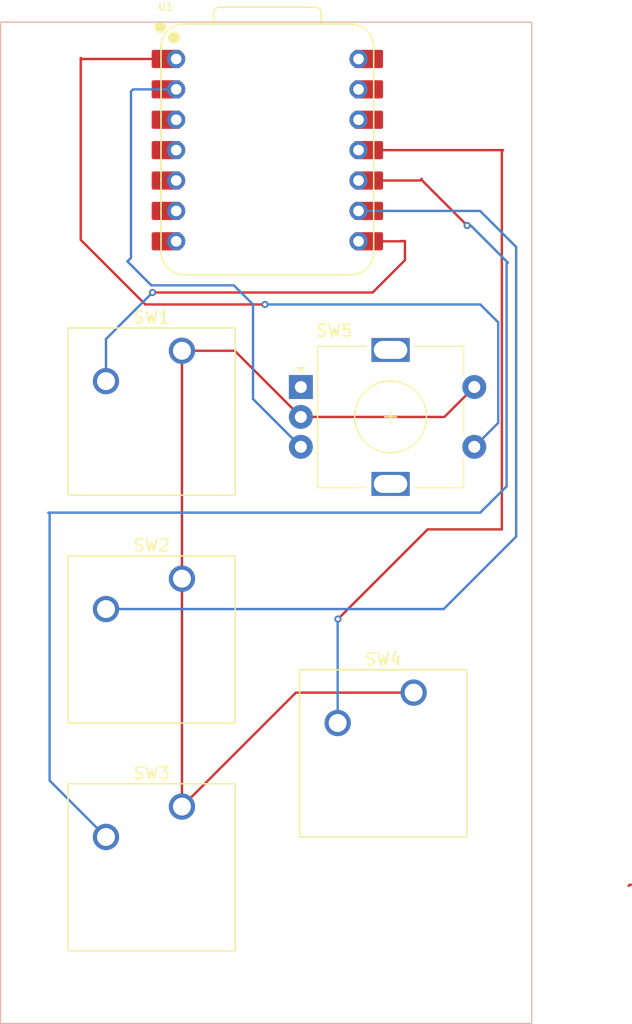
<source format=kicad_pcb>
(kicad_pcb (version 20241229) (generator "pcbnew") (generator_version "9.0")
  (layers (0 "F.Cu" signal) (2 "B.Cu" signal) (13 "F.Paste" user) (15 "B.Paste" user) (5 "F.SilkS" user "F.Silkscreen") (7 "B.SilkS" user "B.Silkscreen") (1 "F.Mask" user) (3 "B.Mask" user) (25 "Edge.Cuts" user))
  (net 0 "")
  (net 1 "GND")
  (net 2 "Net-(U1-GPIO26{slash}ADC0{slash}A0)")
  (net 3 "+5V")
  (net 4 "Net-(U1-GPIO27{slash}ADC1{slash}A1)")
  (net 5 "Net-(U1-GPIO28{slash}ADC2{slash}A2)")
  (net 6 "Net-(U1-GPIO1{slash}RX)")
  (net 7 "Net-(U1-GPIO2{slash}SCK)")
  (net 8 "Net-(U1-GPIO4{slash}MISO)")
  (net 9 "Net-(U1-GPIO3{slash}MOSI)")
  (footprint "Button_Switch_Keyboard:SW_Cherry_MX_1.00u_PCB" (layer "F.Cu") (at 169.2275 118.745)
    (property "Reference" "SW4" (at -2.54 -2.794 0) (layer "F.SilkS"))
    (property "Value" "SW_Push")
    (fp_line (start -9.525 -1.905) (end 4.445 -1.905) (stroke (width 0.12)) (layer "F.SilkS"))
    (fp_line (start -9.525 12.065) (end -9.525 -1.905) (stroke (width 0.12)) (layer "F.SilkS"))
    (fp_line (start 4.445 -1.905) (end 4.445 12.065) (stroke (width 0.12)) (layer "F.SilkS"))
    (fp_line (start 4.445 12.065) (end -9.525 12.065) (stroke (width 0.12)) (layer "F.SilkS"))
    (pad "" np_thru_hole circle (at -7.62 5.08) (size 1.7 1.7) (drill 1.7) (layers "*.Cu" "*.Mask"))
    (pad "" np_thru_hole circle (at -2.54 5.08) (size 4 4) (drill 4) (layers "*.Cu" "*.Mask"))
    (pad "" np_thru_hole circle (at 2.54 5.08) (size 1.7 1.7) (drill 1.7) (layers "*.Cu" "*.Mask"))
    (pad "1" thru_hole circle (at 0 0) (size 2.2 2.2) (drill 1.5) (layers "*.Cu" "*.Mask") (net 1 "GND"))
    (pad "2" thru_hole circle (at -6.35 2.54) (size 2.2 2.2) (drill 1.5) (layers "*.Cu" "*.Mask") (net 9 "Net-(U1-GPIO3{slash}MOSI)"))
  )
  (footprint "OPL Library:XIAO-RP2040-DIP" (layer "F.Cu") (at 157 73.4)
    (property "Reference" "U1" (at -8.5 -12 0) (layer "F.SilkS") (effects (font (size 0.635 0.635) (thickness 0.1016))))
    (property "Value" "XIAO-RP2040-DIP")
    (fp_line (start -8.89 8.509) (end -8.89 -8.636) (stroke (width 0.127)) (layer "F.SilkS"))
    (fp_line (start -6.985 10.414) (end 6.985 10.414) (stroke (width 0.127)) (layer "F.SilkS"))
    (fp_line (start -4.495 -10.541) (end -4.491272 -11.451272) (stroke (width 0.127)) (layer "F.SilkS"))
    (fp_line (start -3.991272 -11.951) (end 4.004 -11.951) (stroke (width 0.127)) (layer "F.SilkS"))
    (fp_line (start 4.504 -11.451) (end 4.504 -10.541) (stroke (width 0.127)) (layer "F.SilkS"))
    (fp_line (start 6.985 -10.541) (end -6.985 -10.541) (stroke (width 0.1)) (layer "F.SilkS"))
    (fp_line (start 6.985 -10.541) (end -6.985 -10.541) (stroke (width 0.127)) (layer "F.SilkS"))
    (fp_line (start 8.89 8.509) (end 8.89 -8.636) (stroke (width 0.127)) (layer "F.SilkS"))
    (fp_arc (start -8.89 -8.636) (mid -8.332038 -9.983038) (end -6.985 -10.541) (stroke (width 0.127)) (layer "F.SilkS"))
    (fp_arc (start -6.985 10.414) (mid -8.332038 9.856038) (end -8.89 8.509) (stroke (width 0.127)) (layer "F.SilkS"))
    (fp_arc (start -4.491272 -11.451272) (mid -4.344728 -11.80464) (end -3.991272 -11.951) (stroke (width 0.127)) (layer "F.SilkS"))
    (fp_arc (start 4.004 -11.951) (mid 4.357553 -11.804553) (end 4.504 -11.451) (stroke (width 0.127)) (layer "F.SilkS"))
    (fp_arc (start 6.985 -10.541) (mid 8.332038 -9.983038) (end 8.89 -8.636) (stroke (width 0.127)) (layer "F.SilkS"))
    (fp_arc (start 8.89 8.509) (mid 8.332038 9.856038) (end 6.985 10.414) (stroke (width 0.127)) (layer "F.SilkS"))
    (fp_circle (center -8.95 -10.3) (end -8.95 -10.554) (stroke (width 0.5)) (fill yes) (layer "F.SilkS"))
    (fp_circle (center -7.807 -9.42) (end -7.807 -9.674) (stroke (width 0.5)) (fill yes) (layer "F.SilkS"))
    (pad "1" smd roundrect (at -8.455 -7.62 180) (size 2.432 1.524) (layers "F.Cu" "F.Mask") (roundrect_rratio 0.1) (net 2 "Net-(U1-GPIO26{slash}ADC0{slash}A0)"))
    (pad "1" thru_hole circle (at -7.62 -7.62 180) (size 1.524 1.524) (drill 0.889) (layers "*.Cu" "*.Mask") (net 2 "Net-(U1-GPIO26{slash}ADC0{slash}A0)"))
    (pad "2" smd roundrect (at -8.455 -5.08 180) (size 2.432 1.524) (layers "F.Cu" "F.Mask") (roundrect_rratio 0.1) (net 4 "Net-(U1-GPIO27{slash}ADC1{slash}A1)"))
    (pad "2" thru_hole circle (at -7.62 -5.08 180) (size 1.524 1.524) (drill 0.889) (layers "*.Cu" "*.Mask") (net 4 "Net-(U1-GPIO27{slash}ADC1{slash}A1)"))
    (pad "3" smd roundrect (at -8.455 -2.54 180) (size 2.432 1.524) (layers "F.Cu" "F.Mask") (roundrect_rratio 0.1) (net 5 "Net-(U1-GPIO28{slash}ADC2{slash}A2)"))
    (pad "3" thru_hole circle (at -7.62 -2.54 180) (size 1.524 1.524) (drill 0.889) (layers "*.Cu" "*.Mask") (net 5 "Net-(U1-GPIO28{slash}ADC2{slash}A2)"))
    (pad "4" smd roundrect (at -8.455 0 180) (size 2.432 1.524) (layers "F.Cu" "F.Mask") (roundrect_rratio 0.1))
    (pad "4" thru_hole circle (at -7.62 0 180) (size 1.524 1.524) (drill 0.889) (layers "*.Cu" "*.Mask"))
    (pad "5" smd roundrect (at -8.455 2.54 180) (size 2.432 1.524) (layers "F.Cu" "F.Mask") (roundrect_rratio 0.1))
    (pad "5" thru_hole circle (at -7.62 2.54 180) (size 1.524 1.524) (drill 0.889) (layers "*.Cu" "*.Mask"))
    (pad "6" smd roundrect (at -8.455 5.08 180) (size 2.432 1.524) (layers "F.Cu" "F.Mask") (roundrect_rratio 0.1))
    (pad "6" thru_hole circle (at -7.62 5.08 180) (size 1.524 1.524) (drill 0.889) (layers "*.Cu" "*.Mask"))
    (pad "7" smd roundrect (at -8.455 7.62 180) (size 2.432 1.524) (layers "F.Cu" "F.Mask") (roundrect_rratio 0.1))
    (pad "7" thru_hole circle (at -7.62 7.62 180) (size 1.524 1.524) (drill 0.889) (layers "*.Cu" "*.Mask"))
    (pad "8" thru_hole circle (at 7.62 7.62) (size 1.524 1.524) (drill 0.889) (layers "*.Cu" "*.Mask") (net 6 "Net-(U1-GPIO1{slash}RX)"))
    (pad "8" smd roundrect (at 8.455 7.62) (size 2.432 1.524) (layers "F.Cu" "F.Mask") (roundrect_rratio 0.1) (net 6 "Net-(U1-GPIO1{slash}RX)"))
    (pad "9" thru_hole circle (at 7.62 5.08) (size 1.524 1.524) (drill 0.889) (layers "*.Cu" "*.Mask") (net 7 "Net-(U1-GPIO2{slash}SCK)"))
    (pad "9" smd roundrect (at 8.455 5.08) (size 2.432 1.524) (layers "F.Cu" "F.Mask") (roundrect_rratio 0.1) (net 7 "Net-(U1-GPIO2{slash}SCK)"))
    (pad "10" thru_hole circle (at 7.62 2.54) (size 1.524 1.524) (drill 0.889) (layers "*.Cu" "*.Mask") (net 8 "Net-(U1-GPIO4{slash}MISO)"))
    (pad "10" smd roundrect (at 8.455 2.54) (size 2.432 1.524) (layers "F.Cu" "F.Mask") (roundrect_rratio 0.1) (net 8 "Net-(U1-GPIO4{slash}MISO)"))
    (pad "11" thru_hole circle (at 7.62 0) (size 1.524 1.524) (drill 0.889) (layers "*.Cu" "*.Mask") (net 9 "Net-(U1-GPIO3{slash}MOSI)"))
    (pad "11" smd roundrect (at 8.455 0) (size 2.432 1.524) (layers "F.Cu" "F.Mask") (roundrect_rratio 0.1) (net 9 "Net-(U1-GPIO3{slash}MOSI)"))
    (pad "12" thru_hole circle (at 7.62 -2.54) (size 1.524 1.524) (drill 0.889) (layers "*.Cu" "*.Mask"))
    (pad "12" smd roundrect (at 8.455 -2.54) (size 2.432 1.524) (layers "F.Cu" "F.Mask") (roundrect_rratio 0.1))
    (pad "13" thru_hole circle (at 7.62 -5.08) (size 1.524 1.524) (drill 0.889) (layers "*.Cu" "*.Mask") (net 1 "GND"))
    (pad "13" smd roundrect (at 8.455 -5.08) (size 2.432 1.524) (layers "F.Cu" "F.Mask") (roundrect_rratio 0.1) (net 1 "GND"))
    (pad "14" thru_hole circle (at 7.62 -7.62) (size 1.524 1.524) (drill 0.889) (layers "*.Cu" "*.Mask") (net 3 "+5V"))
    (pad "14" smd roundrect (at 8.455 -7.62) (size 2.432 1.524) (layers "F.Cu" "F.Mask") (roundrect_rratio 0.1) (net 3 "+5V"))
  )
  (footprint "Button_Switch_Keyboard:SW_Cherry_MX_1.00u_PCB" (layer "F.Cu") (at 149.86 128.27)
    (property "Reference" "SW3" (at -2.54 -2.794 0) (layer "F.SilkS"))
    (property "Value" "SW_Push")
    (fp_line (start -9.525 -1.905) (end 4.445 -1.905) (stroke (width 0.12)) (layer "F.SilkS"))
    (fp_line (start -9.525 12.065) (end -9.525 -1.905) (stroke (width 0.12)) (layer "F.SilkS"))
    (fp_line (start 4.445 -1.905) (end 4.445 12.065) (stroke (width 0.12)) (layer "F.SilkS"))
    (fp_line (start 4.445 12.065) (end -9.525 12.065) (stroke (width 0.12)) (layer "F.SilkS"))
    (pad "" np_thru_hole circle (at -7.62 5.08) (size 1.7 1.7) (drill 1.7) (layers "*.Cu" "*.Mask"))
    (pad "" np_thru_hole circle (at -2.54 5.08) (size 4 4) (drill 4) (layers "*.Cu" "*.Mask"))
    (pad "" np_thru_hole circle (at 2.54 5.08) (size 1.7 1.7) (drill 1.7) (layers "*.Cu" "*.Mask"))
    (pad "1" thru_hole circle (at 0 0) (size 2.2 2.2) (drill 1.5) (layers "*.Cu" "*.Mask") (net 1 "GND"))
    (pad "2" thru_hole circle (at -6.35 2.54) (size 2.2 2.2) (drill 1.5) (layers "*.Cu" "*.Mask") (net 8 "Net-(U1-GPIO4{slash}MISO)"))
  )
  (footprint "Rotary_Encoder:RotaryEncoder_Alps_EC11E-Switch_Vertical_H20mm" (layer "F.Cu") (at 159.8 93.2)
    (property "Reference" "SW5" (at 2.8 -4.7 0) (layer "F.SilkS"))
    (property "Value" "RotaryEncoder_Switch")
    (fp_line (start -0.3 -1.6) (end 0.3 -1.6) (stroke (width 0.12)) (layer "F.SilkS"))
    (fp_line (start 0 -1.3) (end -0.3 -1.6) (stroke (width 0.12)) (layer "F.SilkS"))
    (fp_line (start 0.3 -1.6) (end 0 -1.3) (stroke (width 0.12)) (layer "F.SilkS"))
    (fp_line (start 1.4 -3.4) (end 1.4 8.4) (stroke (width 0.12)) (layer "F.SilkS"))
    (fp_line (start 5.5 -3.4) (end 1.4 -3.4) (stroke (width 0.12)) (layer "F.SilkS"))
    (fp_line (start 5.5 8.4) (end 1.4 8.4) (stroke (width 0.12)) (layer "F.SilkS"))
    (fp_line (start 7 2.5) (end 8 2.5) (stroke (width 0.12)) (layer "F.SilkS"))
    (fp_line (start 7.5 2) (end 7.5 3) (stroke (width 0.12)) (layer "F.SilkS"))
    (fp_line (start 9.5 -3.4) (end 13.6 -3.4) (stroke (width 0.12)) (layer "F.SilkS"))
    (fp_line (start 13.6 -3.4) (end 13.6 -1) (stroke (width 0.12)) (layer "F.SilkS"))
    (fp_line (start 13.6 1.2) (end 13.6 3.8) (stroke (width 0.12)) (layer "F.SilkS"))
    (fp_line (start 13.6 6) (end 13.6 8.4) (stroke (width 0.12)) (layer "F.SilkS"))
    (fp_line (start 13.6 8.4) (end 9.5 8.4) (stroke (width 0.12)) (layer "F.SilkS"))
    (fp_circle (center 7.5 2.5) (end 10.5 2.5) (stroke (width 0.12)) (fill no) (layer "F.SilkS"))
    (pad "A" thru_hole rect (at 0 0) (size 2 2) (drill 1) (layers "*.Cu" "*.Mask") (net 5 "Net-(U1-GPIO28{slash}ADC2{slash}A2)"))
    (pad "B" thru_hole circle (at 0 5) (size 2 2) (drill 1) (layers "*.Cu" "*.Mask") (net 4 "Net-(U1-GPIO27{slash}ADC1{slash}A1)"))
    (pad "C" thru_hole circle (at 0 2.5) (size 2 2) (drill 1) (layers "*.Cu" "*.Mask") (net 1 "GND"))
    (pad "MP" thru_hole rect (at 7.5 -3.1) (size 3.2 2) (drill oval 2.8 1.5) (layers "*.Cu" "*.Mask"))
    (pad "MP" thru_hole rect (at 7.5 8.1) (size 3.2 2) (drill oval 2.8 1.5) (layers "*.Cu" "*.Mask"))
    (pad "S1" thru_hole circle (at 14.5 5) (size 2 2) (drill 1) (layers "*.Cu" "*.Mask") (net 2 "Net-(U1-GPIO26{slash}ADC0{slash}A0)"))
    (pad "S2" thru_hole circle (at 14.5 0) (size 2 2) (drill 1) (layers "*.Cu" "*.Mask") (net 1 "GND"))
  )
  (footprint "Button_Switch_Keyboard:SW_Cherry_MX_1.00u_PCB" (layer "F.Cu") (at 149.86 90.17)
    (property "Reference" "SW1" (at -2.54 -2.794 0) (layer "F.SilkS"))
    (property "Value" "SW_Push")
    (fp_line (start -9.525 -1.905) (end 4.445 -1.905) (stroke (width 0.12)) (layer "F.SilkS"))
    (fp_line (start -9.525 12.065) (end -9.525 -1.905) (stroke (width 0.12)) (layer "F.SilkS"))
    (fp_line (start 4.445 -1.905) (end 4.445 12.065) (stroke (width 0.12)) (layer "F.SilkS"))
    (fp_line (start 4.445 12.065) (end -9.525 12.065) (stroke (width 0.12)) (layer "F.SilkS"))
    (pad "" np_thru_hole circle (at -7.62 5.08) (size 1.7 1.7) (drill 1.7) (layers "*.Cu" "*.Mask"))
    (pad "" np_thru_hole circle (at -2.54 5.08) (size 4 4) (drill 4) (layers "*.Cu" "*.Mask"))
    (pad "" np_thru_hole circle (at 2.54 5.08) (size 1.7 1.7) (drill 1.7) (layers "*.Cu" "*.Mask"))
    (pad "1" thru_hole circle (at 0 0) (size 2.2 2.2) (drill 1.5) (layers "*.Cu" "*.Mask") (net 1 "GND"))
    (pad "2" thru_hole circle (at -6.35 2.54) (size 2.2 2.2) (drill 1.5) (layers "*.Cu" "*.Mask") (net 6 "Net-(U1-GPIO1{slash}RX)"))
  )
  (footprint "Button_Switch_Keyboard:SW_Cherry_MX_1.00u_PCB" (layer "F.Cu") (at 149.86 109.22)
    (property "Reference" "SW2" (at -2.54 -2.794 0) (layer "F.SilkS"))
    (property "Value" "SW_Push")
    (fp_line (start -9.525 -1.905) (end 4.445 -1.905) (stroke (width 0.12)) (layer "F.SilkS"))
    (fp_line (start -9.525 12.065) (end -9.525 -1.905) (stroke (width 0.12)) (layer "F.SilkS"))
    (fp_line (start 4.445 -1.905) (end 4.445 12.065) (stroke (width 0.12)) (layer "F.SilkS"))
    (fp_line (start 4.445 12.065) (end -9.525 12.065) (stroke (width 0.12)) (layer "F.SilkS"))
    (pad "" np_thru_hole circle (at -7.62 5.08) (size 1.7 1.7) (drill 1.7) (layers "*.Cu" "*.Mask"))
    (pad "" np_thru_hole circle (at -2.54 5.08) (size 4 4) (drill 4) (layers "*.Cu" "*.Mask"))
    (pad "" np_thru_hole circle (at 2.54 5.08) (size 1.7 1.7) (drill 1.7) (layers "*.Cu" "*.Mask"))
    (pad "1" thru_hole circle (at 0 0) (size 2.2 2.2) (drill 1.5) (layers "*.Cu" "*.Mask") (net 1 "GND"))
    (pad "2" thru_hole circle (at -6.35 2.54) (size 2.2 2.2) (drill 1.5) (layers "*.Cu" "*.Mask") (net 7 "Net-(U1-GPIO2{slash}SCK)"))
  )
  (gr_rect (start 134.7 62.7) (end 179.1 146.4) (stroke (width 0.1)) (fill no) (layer "B.SilkS"))
  (segment (start 187.2 134.9) (end 187.3 134.8) (width 0.2) (layer "F.Cu") (net 0))
  (segment (start 187.3 134.8) (end 187.4 134.8) (width 0.2) (layer "F.Cu") (net 0))
  (segment (start 171.8 95.7) (end 159.8 95.7) (width 0.2) (layer "F.Cu") (net 1))
  (segment (start 149.86 109.22) (end 149.86 90.17) (width 0.2) (layer "F.Cu") (net 1))
  (segment (start 174.3 93.2) (end 171.8 95.7) (width 0.2) (layer "F.Cu") (net 1))
  (segment (start 149.86 128.27) (end 149.86 109.22) (width 0.2) (layer "F.Cu") (net 1))
  (segment (start 159.8 95.7) (end 154.27 90.17) (width 0.2) (layer "F.Cu") (net 1))
  (segment (start 169.2275 118.745) (end 159.385 118.745) (width 0.2) (layer "F.Cu") (net 1))
  (segment (start 159.385 118.745) (end 149.86 128.27) (width 0.2) (layer "F.Cu") (net 1))
  (segment (start 154.27 90.17) (end 149.86 90.17) (width 0.2) (layer "F.Cu") (net 1))
  (segment (start 169.2275 118.9275) (end 169.4 119.1) (width 0.2) (layer "B.Cu") (net 1))
  (segment (start 169.2275 118.9275) (end 169.2275 118.745) (width 0.2) (layer "B.Cu") (net 1))
  (segment (start 141.4 65.7) (end 141.48 65.78) (width 0.2) (layer "F.Cu") (net 2))
  (segment (start 146.8 86.3) (end 141.4 80.9) (width 0.2) (layer "F.Cu") (net 2))
  (segment (start 141.48 65.78) (end 149.38 65.78) (width 0.2) (layer "F.Cu") (net 2))
  (segment (start 156.8 86.3) (end 146.8 86.3) (width 0.2) (layer "F.Cu") (net 2))
  (segment (start 141.4 80.9) (end 141.4 65.7) (width 0.2) (layer "F.Cu") (net 2))
  (via (at 156.8 86.3) (size 0.6) (drill 0.3) (layers "F.Cu" "B.Cu") (net 2))
  (segment (start 174.8 86.3) (end 173.9 86.3) (width 0.2) (layer "B.Cu") (net 2))
  (segment (start 176.3 87.8) (end 174.8 86.3) (width 0.2) (layer "B.Cu") (net 2))
  (segment (start 174.3 98.2) (end 176.3 96.2) (width 0.2) (layer "B.Cu") (net 2))
  (segment (start 176.3 96.2) (end 176.3 87.8) (width 0.2) (layer "B.Cu") (net 2))
  (segment (start 173.9 86.3) (end 156.8 86.3) (width 0.2) (layer "B.Cu") (net 2))
  (segment (start 145.6 68.5) (end 145.78 68.32) (width 0.2) (layer "B.Cu") (net 4))
  (segment (start 145.78 68.32) (end 149.38 68.32) (width 0.2) (layer "B.Cu") (net 4))
  (segment (start 145.6 82.4) (end 145.6 68.5) (width 0.2) (layer "B.Cu") (net 4))
  (segment (start 155.8 94.2) (end 155.8 86.3) (width 0.2) (layer "B.Cu") (net 4))
  (segment (start 147.3 84.7) (end 145.3 82.7) (width 0.2) (layer "B.Cu") (net 4))
  (segment (start 159.8 98.2) (end 155.8 94.2) (width 0.2) (layer "B.Cu") (net 4))
  (segment (start 155.8 86.3) (end 154.2 84.7) (width 0.2) (layer "B.Cu") (net 4))
  (segment (start 154.2 84.7) (end 147.3 84.7) (width 0.2) (layer "B.Cu") (net 4))
  (segment (start 145.3 82.7) (end 145.6 82.4) (width 0.2) (layer "B.Cu") (net 4))
  (segment (start 147.4 85.3) (end 165.8 85.3) (width 0.2) (layer "F.Cu") (net 6))
  (segment (start 168.5 82.6) (end 168.5 81) (width 0.2) (layer "F.Cu") (net 6))
  (segment (start 168.5 81) (end 168.2 81) (width 0.2) (layer "F.Cu") (net 6))
  (segment (start 168.18 81.02) (end 165.455 81.02) (width 0.2) (layer "F.Cu") (net 6))
  (segment (start 168.2 81) (end 168.18 81.02) (width 0.2) (layer "F.Cu") (net 6))
  (segment (start 165.8 85.3) (end 168.5 82.6) (width 0.2) (layer "F.Cu") (net 6))
  (via (at 147.4 85.3) (size 0.6) (drill 0.3) (layers "F.Cu" "B.Cu") (net 6))
  (segment (start 143.51 89.19) (end 147.4 85.3) (width 0.2) (layer "B.Cu") (net 6))
  (segment (start 143.51 92.71) (end 143.51 89.19) (width 0.2) (layer "B.Cu") (net 6))
  (segment (start 143.51 111.76) (end 171.74 111.76) (width 0.2) (layer "B.Cu") (net 7))
  (segment (start 177.8 81.5) (end 174.78 78.48) (width 0.2) (layer "B.Cu") (net 7))
  (segment (start 177.8 105.7) (end 177.8 81.5) (width 0.2) (layer "B.Cu") (net 7))
  (segment (start 171.74 111.76) (end 177.8 105.7) (width 0.2) (layer "B.Cu") (net 7))
  (segment (start 174.78 78.48) (end 164.62 78.48) (width 0.2) (layer "B.Cu") (net 7))
  (segment (start 169.76 75.94) (end 165.455 75.94) (width 0.2) (layer "F.Cu") (net 8))
  (segment (start 169.9 75.8) (end 169.76 75.94) (width 0.2) (layer "F.Cu") (net 8))
  (segment (start 169.9 75.9) (end 169.9 75.8) (width 0.2) (layer "F.Cu") (net 8))
  (segment (start 173.7 79.7) (end 169.9 75.9) (width 0.2) (layer "F.Cu") (net 8))
  (via (at 173.7 79.7) (size 0.6) (drill 0.3) (layers "F.Cu" "B.Cu") (net 8))
  (segment (start 174.8 103.7) (end 177 101.5) (width 0.2) (layer "B.Cu") (net 8))
  (segment (start 177 82.9) (end 177.1 82.8) (width 0.2) (layer "B.Cu") (net 8))
  (segment (start 177.1 82.8) (end 174 79.7) (width 0.2) (layer "B.Cu") (net 8))
  (segment (start 138.8 103.8) (end 138.7 103.7) (width 0.2) (layer "B.Cu") (net 8))
  (segment (start 174 79.7) (end 173.7 79.7) (width 0.2) (layer "B.Cu") (net 8))
  (segment (start 177 101.5) (end 177 82.9) (width 0.2) (layer "B.Cu") (net 8))
  (segment (start 138.8 125.8) (end 138.8 103.8) (width 0.2) (layer "B.Cu") (net 8))
  (segment (start 138.8 126.1) (end 138.8 125.8) (width 0.2) (layer "B.Cu") (net 8))
  (segment (start 138.7 103.7) (end 174.8 103.7) (width 0.2) (layer "B.Cu") (net 8))
  (segment (start 143.51 130.81) (end 138.8 126.1) (width 0.2) (layer "B.Cu") (net 8))
  (segment (start 176.7 73.4) (end 164.62 73.4) (width 0.2) (layer "F.Cu") (net 9))
  (segment (start 162.9 112.6) (end 170.4 105.1) (width 0.2) (layer "F.Cu") (net 9))
  (segment (start 170.4 105.1) (end 176.6 105.1) (width 0.2) (layer "F.Cu") (net 9))
  (segment (start 176.6 105.1) (end 176.6 73.5) (width 0.2) (layer "F.Cu") (net 9))
  (segment (start 176.6 73.5) (end 176.7 73.4) (width 0.2) (layer "F.Cu") (net 9))
  (via (at 162.9 112.6) (size 0.6) (drill 0.3) (layers "F.Cu" "B.Cu") (net 9))
  (segment (start 162.8775 121.285) (end 162.8775 112.6225) (width 0.2) (layer "B.Cu") (net 9))
  (segment (start 162.8775 112.6225) (end 162.9 112.6) (width 0.2) (layer "B.Cu") (net 9))
)
</source>
